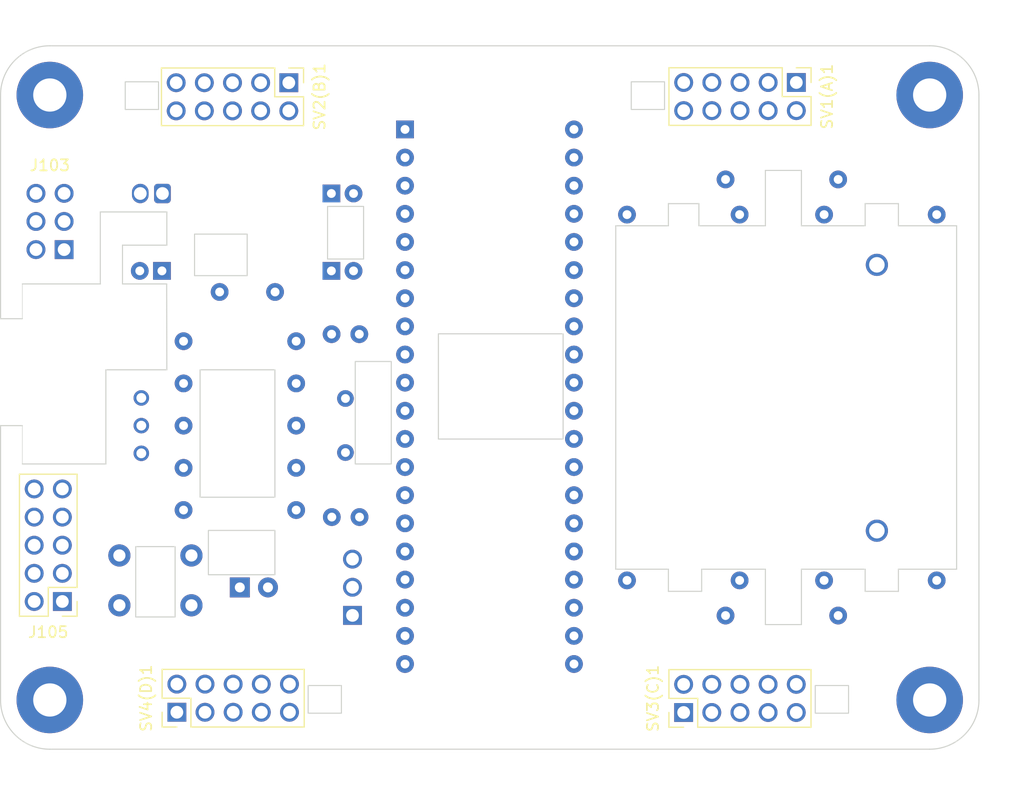
<source format=kicad_pcb>
(kicad_pcb (version 20211014) (generator pcbnew)
  (layers (0 "F.Cu" signal) (31 "B.Cu" signal) (34 "B.Paste" user) (35 "F.Paste" user) (36 "B.SilkS" user "B.Silkscreen") (37 "F.SilkS" user "F.Silkscreen") (38 "B.Mask" user) (39 "F.Mask" user) (44 "Edge.Cuts" user))
  (net 0 "")
  (footprint "Resistor_THT:R_Axial_DIN0207_L6.3mm_D2.5mm_P10.16mm_Horizontal" (layer "F.Cu") (at 114.204907 95.789907 180)
    (fp_text reference "R4" hide)
    (fp_text value "220")
    (pad "1" thru_hole circle (at 0 0 180) (size 1.6 1.6) (drill 0.8) (layers F&B.Cu *.Mask))
    (pad "2" thru_hole oval (at 10.16 0 180) (size 1.6 1.6) (drill 0.8) (layers F&B.Cu *.Mask))
  )
  (footprint "Capacitor_THT:CP_Radial_D5.0mm_P2.00mm" (layer "F.Cu") (at 117.379907 74.199907)
    (fp_text reference "C6" hide)
    (fp_text value "100uf")
    (pad "1" thru_hole rect (at 0 0) (size 1.6 1.6) (drill 0.8) (layers F&B.Cu *.Mask))
    (pad "2" thru_hole circle (at 2 0) (size 1.6 1.6) (drill 0.8) (layers F&B.Cu *.Mask))
  )
  (footprint "footprints:PinHeader_1x03_P2.54mm zero footprint" (layer "F.Cu") (at 119.284907 105.299907 180)
    (fp_text reference "JP103" hide)
    (fp_text value "Conn_01x03")
    (pad "1" thru_hole rect (at 0 0 180) (size 1.7 1.7) (drill 1.15) (layers F&B.Cu *.Mask))
    (pad "2" thru_hole oval (at 0 2.54 180) (size 1.7 1.7) (drill 1.15) (layers F&B.Cu *.Mask))
    (pad "3" thru_hole oval (at 0 5.08 180) (size 1.7 1.7) (drill 1.15) (layers F&B.Cu *.Mask))
  )
  (footprint "Resistor_THT:R_Axial_DIN0207_L6.3mm_D2.5mm_P10.16mm_Horizontal" (layer "F.Cu") (at 104.044907 84.359907)
    (fp_text reference "R1" hide)
    (fp_text value "68")
    (pad "1" thru_hole circle (at 0 0) (size 1.6 1.6) (drill 0.8) (layers F&B.Cu *.Mask))
    (pad "2" thru_hole oval (at 10.16 0) (size 1.6 1.6) (drill 0.8) (layers F&B.Cu *.Mask))
  )
  (footprint "footprints:PinSocket_2x05_P2.54mm zero footprint mirror" (layer "F.Cu") (at 90.709907 104.044907 180)
    (fp_text reference "J105" (at -1.13 -2.77) (layer "F.SilkS"))
    (fp_text value "JTAG")
    (fp_line (start 1.47 11.49) (end -3.73 11.49) (layer "F.SilkS") (width 0.12))
    (fp_line (start 1.47 -1.33) (end -1.13 -1.33) (layer "F.SilkS") (width 0.12))
    (fp_line (start -1.13 -1.33) (end -1.13 1.27) (layer "F.SilkS") (width 0.12))
    (fp_line (start -2.4 -1.33) (end -3.73 -1.33) (layer "F.SilkS") (width 0.12))
    (fp_line (start -3.73 -1.33) (end -3.73 0) (layer "F.SilkS") (width 0.12))
    (fp_line (start -1.13 1.27) (end -3.73 1.27) (layer "F.SilkS") (width 0.12))
    (fp_line (start 1.47 -1.33) (end 1.47 11.49) (layer "F.SilkS") (width 0.12))
    (fp_line (start -3.73 1.27) (end -3.73 11.49) (layer "F.SilkS") (width 0.12))
    (pad "1" thru_hole rect (at -2.4 0 180) (size 1.7 1.7) (drill 1.15) (layers F&B.Cu *.Mask))
    (pad "2" thru_hole oval (at 0.14 0 180) (size 1.7 1.7) (drill 1.15) (layers F&B.Cu *.Mask))
    (pad "3" thru_hole oval (at -2.4 2.54 180) (size 1.7 1.7) (drill 1.15) (layers F&B.Cu *.Mask))
    (pad "4" thru_hole oval (at 0.14 2.54 180) (size 1.7 1.7) (drill 1.15) (layers F&B.Cu *.Mask))
    (pad "5" thru_hole oval (at -2.4 5.08 180) (size 1.7 1.7) (drill 1.15) (layers F&B.Cu *.Mask))
    (pad "6" thru_hole oval (at 0.14 5.08 180) (size 1.7 1.7) (drill 1.15) (layers F&B.Cu *.Mask))
    (pad "7" thru_hole oval (at -2.4 7.62 180) (size 1.7 1.7) (drill 1.15) (layers F&B.Cu *.Mask))
    (pad "8" thru_hole oval (at 0.14 7.62 180) (size 1.7 1.7) (drill 1.15) (layers F&B.Cu *.Mask))
    (pad "9" thru_hole oval (at -2.4 10.16 180) (size 1.7 1.7) (drill 1.15) (layers F&B.Cu *.Mask))
    (pad "10" thru_hole oval (at 0.14 10.16 180) (size 1.7 1.7) (drill 1.15) (layers F&B.Cu *.Mask))
  )
  (footprint "footprints:PinSocket_2x05_P2.54mm zero footprint mirror" (layer "F.Cu") (at 103.439907 111.644907 90)
    (fp_text reference "SV4(D)1" (at -1.13 -2.77 90) (layer "F.SilkS"))
    (fp_text value "Conn_02x05_Odd_Even")
    (fp_line (start -3.73 1.27) (end -3.73 11.49) (layer "F.SilkS") (width 0.12))
    (fp_line (start -1.13 1.27) (end -3.73 1.27) (layer "F.SilkS") (width 0.12))
    (fp_line (start 1.47 -1.33) (end 1.47 11.49) (layer "F.SilkS") (width 0.12))
    (fp_line (start 1.47 -1.33) (end -1.13 -1.33) (layer "F.SilkS") (width 0.12))
    (fp_line (start -1.13 -1.33) (end -1.13 1.27) (layer "F.SilkS") (width 0.12))
    (fp_line (start 1.47 11.49) (end -3.73 11.49) (layer "F.SilkS") (width 0.12))
    (fp_line (start -3.73 -1.33) (end -3.73 0) (layer "F.SilkS") (width 0.12))
    (fp_line (start -2.4 -1.33) (end -3.73 -1.33) (layer "F.SilkS") (width 0.12))
    (pad "1" thru_hole rect (at -2.4 0 90) (size 1.7 1.7) (drill 1.15) (layers F&B.Cu *.Mask))
    (pad "2" thru_hole oval (at 0.14 0 90) (size 1.7 1.7) (drill 1.15) (layers F&B.Cu *.Mask))
    (pad "3" thru_hole oval (at -2.4 2.54 90) (size 1.7 1.7) (drill 1.15) (layers F&B.Cu *.Mask))
    (pad "4" thru_hole oval (at 0.14 2.54 90) (size 1.7 1.7) (drill 1.15) (layers F&B.Cu *.Mask))
    (pad "5" thru_hole oval (at -2.4 5.08 90) (size 1.7 1.7) (drill 1.15) (layers F&B.Cu *.Mask))
    (pad "6" thru_hole oval (at 0.14 5.08 90) (size 1.7 1.7) (drill 1.15) (layers F&B.Cu *.Mask))
    (pad "7" thru_hole oval (at -2.4 7.62 90) (size 1.7 1.7) (drill 1.15) (layers F&B.Cu *.Mask))
    (pad "8" thru_hole oval (at 0.14 7.62 90) (size 1.7 1.7) (drill 1.15) (layers F&B.Cu *.Mask))
    (pad "9" thru_hole oval (at -2.4 10.16 90) (size 1.7 1.7) (drill 1.15) (layers F&B.Cu *.Mask))
    (pad "10" thru_hole oval (at 0.14 10.16 90) (size 1.7 1.7) (drill 1.15) (layers F&B.Cu *.Mask))
  )
  (footprint "Resistor_THT:R_Axial_DIN0207_L6.3mm_D2.5mm_P10.16mm_Horizontal" (layer "F.Cu") (at 161.829907 102.139907)
    (fp_text reference "R8" hide)
    (fp_text value "68")
    (pad "1" thru_hole circle (at 0 0) (size 1.6 1.6) (drill 0.8) (layers F&B.Cu *.Mask))
    (pad "2" thru_hole oval (at 10.16 0) (size 1.6 1.6) (drill 0.8) (layers F&B.Cu *.Mask))
  )
  (footprint "Resistor_THT:R_Axial_DIN0207_L6.3mm_D2.5mm_P10.16mm_Horizontal" (layer "F.Cu") (at 144.049907 69.119907)
    (fp_text reference "R7" hide)
    (fp_text value "68")
    (pad "1" thru_hole circle (at 0 0) (size 1.6 1.6) (drill 0.8) (layers F&B.Cu *.Mask))
    (pad "2" thru_hole oval (at 10.16 0) (size 1.6 1.6) (drill 0.8) (layers F&B.Cu *.Mask))
  )
  (footprint "Capacitor_THT:C_Disc_D3.8mm_W2.6mm_P2.50mm" (layer "F.Cu") (at 119.919907 96.424907 180)
    (fp_text reference "C1" hide)
    (fp_text value "22pf")
    (pad "1" thru_hole circle (at 0 0 180) (size 1.6 1.6) (drill 0.8) (layers F&B.Cu *.Mask))
    (pad "2" thru_hole circle (at 2.5 0 180) (size 1.6 1.6) (drill 0.8) (layers F&B.Cu *.Mask))
  )
  (footprint "footprints:PinSocket_2x05_P2.54mm zero footprint mirror" (layer "F.Cu") (at 159.324907 59.594907 -90)
    (fp_text reference "SV1(A)1" (at -1.13 -2.77 90) (layer "F.SilkS"))
    (fp_text value "Conn_02x05_Odd_Even")
    (fp_line (start 1.47 -1.33) (end 1.47 11.49) (layer "F.SilkS") (width 0.12))
    (fp_line (start -3.73 1.27) (end -3.73 11.49) (layer "F.SilkS") (width 0.12))
    (fp_line (start -1.13 1.27) (end -3.73 1.27) (layer "F.SilkS") (width 0.12))
    (fp_line (start -3.73 -1.33) (end -3.73 0) (layer "F.SilkS") (width 0.12))
    (fp_line (start -1.13 -1.33) (end -1.13 1.27) (layer "F.SilkS") (width 0.12))
    (fp_line (start -2.4 -1.33) (end -3.73 -1.33) (layer "F.SilkS") (width 0.12))
    (fp_line (start 1.47 11.49) (end -3.73 11.49) (layer "F.SilkS") (width 0.12))
    (fp_line (start 1.47 -1.33) (end -1.13 -1.33) (layer "F.SilkS") (width 0.12))
    (pad "1" thru_hole rect (at -2.4 0 270) (size 1.7 1.7) (drill 1.15) (layers F&B.Cu *.Mask))
    (pad "2" thru_hole oval (at 0.14 0 270) (size 1.7 1.7) (drill 1.15) (layers F&B.Cu *.Mask))
    (pad "3" thru_hole oval (at -2.4 2.54 270) (size 1.7 1.7) (drill 1.15) (layers F&B.Cu *.Mask))
    (pad "4" thru_hole oval (at 0.14 2.54 270) (size 1.7 1.7) (drill 1.15) (layers F&B.Cu *.Mask))
    (pad "5" thru_hole oval (at -2.4 5.08 270) (size 1.7 1.7) (drill 1.15) (layers F&B.Cu *.Mask))
    (pad "6" thru_hole oval (at 0.14 5.08 270) (size 1.7 1.7) (drill 1.15) (layers F&B.Cu *.Mask))
    (pad "7" thru_hole oval (at -2.4 7.62 270) (size 1.7 1.7) (drill 1.15) (layers F&B.Cu *.Mask))
    (pad "8" thru_hole oval (at 0.14 7.62 270) (size 1.7 1.7) (drill 1.15) (layers F&B.Cu *.Mask))
    (pad "9" thru_hole oval (at -2.4 10.16 270) (size 1.7 1.7) (drill 1.15) (layers F&B.Cu *.Mask))
    (pad "10" thru_hole oval (at 0.14 10.16 270) (size 1.7 1.7) (drill 1.15) (layers F&B.Cu *.Mask))
  )
  (footprint "Resistor_THT:R_Axial_DIN0207_L6.3mm_D2.5mm_P10.16mm_Horizontal" (layer "F.Cu") (at 114.204907 88.169907 180)
    (fp_text reference "R2" hide)
    (fp_text value "68")
    (pad "1" thru_hole circle (at 0 0 180) (size 1.6 1.6) (drill 0.8) (layers F&B.Cu *.Mask))
    (pad "2" thru_hole oval (at 10.16 0 180) (size 1.6 1.6) (drill 0.8) (layers F&B.Cu *.Mask))
  )
  (footprint "" (layer "F.Cu") (at 91.979907 58.324907)
    (fp_text reference "" (at 0 0) (layer "F.SilkS") (effects (font (size 1.27 1.27))))
    (fp_text value "" (at 0 0) (layer "F.SilkS") (effects (font (size 1.27 1.27))))
    (pad "1" thru_hole circle (at 0 0) (size 6 6) (drill 3) (layers F&B.Cu *.Mask))
  )
  (footprint "LED_THT:LED_D3.0mm" (layer "F.Cu") (at 109.119907 102.774907)
    (fp_text reference "D1" hide)
    (fp_text value "LED")
    (pad "1" thru_hole rect (at 0 0) (size 1.8 1.8) (drill 0.9) (layers F&B.Cu *.Mask))
    (pad "2" thru_hole circle (at 2.54 0) (size 1.8 1.8) (drill 0.9) (layers F&B.Cu *.Mask))
  )
  (footprint "MountingHole:MountingHole_3mm_Pad" (layer "F.Cu") (at 171.354907 58.324907)
    (fp_text reference "REF**" hide)
    (fp_text value "MountingHole_3mm_Pad")
    (pad "1" thru_hole circle (at 0 0) (size 6 6) (drill 3) (layers F&B.Cu *.Mask))
  )
  (footprint "Capacitor_THT:CP_Radial_D5.0mm_P2.00mm" (layer "F.Cu") (at 102.09502 74.199907 180)
    (fp_text reference "C4" hide)
    (fp_text value "10uf")
    (pad "1" thru_hole rect (at 0 0 180) (size 1.6 1.6) (drill 0.8) (layers F&B.Cu *.Mask))
    (pad "2" thru_hole circle (at 2 0 180) (size 1.6 1.6) (drill 0.8) (layers F&B.Cu *.Mask) (thermal_gap 0.2))
  )
  (footprint "footprints:EG1218" (layer "F.Cu") (at 100.234907 90.669907 180)
    (fp_text reference "S1" hide)
    (fp_text value "PWR SEL" hide)
    (pad "1" thru_hole circle (at 0 0 180) (size 1.397 1.397) (drill 0.889) (layers F&B.Cu *.Mask))
    (pad "2" thru_hole circle (at 0 2.5 180) (size 1.397 1.397) (drill 0.889) (layers F&B.Cu *.Mask))
    (pad "3" thru_hole circle (at 0 5 180) (size 1.397 1.397) (drill 0.889) (layers F&B.Cu *.Mask))
  )
  (footprint "Resistor_THT:R_Axial_DIN0207_L6.3mm_D2.5mm_P10.16mm_Horizontal" (layer "F.Cu") (at 163.099907 65.944907 180)
    (fp_text reference "R6" hide)
    (fp_text value "68")
    (pad "1" thru_hole circle (at 0 0 180) (size 1.6 1.6) (drill 0.8) (layers F&B.Cu *.Mask))
    (pad "2" thru_hole oval (at 10.16 0 180) (size 1.6 1.6) (drill 0.8) (layers F&B.Cu *.Mask))
  )
  (footprint "Button_Switch_THT:SW_PUSH_6mm" (layer "F.Cu") (at 104.754907 104.389907 180)
    (fp_text reference "S2" hide)
    (fp_text value "SW_SPST")
    (pad "1" thru_hole circle (at 6.5 0 270) (size 2 2) (drill 1.1) (layers F&B.Cu *.Mask))
    (pad "1" thru_hole circle (at 0 0 270) (size 2 2) (drill 1.1) (layers F&B.Cu *.Mask))
    (pad "2" thru_hole circle (at 0 4.5 270) (size 2 2) (drill 1.1) (layers F&B.Cu *.Mask))
    (pad "2" thru_hole circle (at 6.5 4.5 270) (size 2 2) (drill 1.1) (layers F&B.Cu *.Mask))
  )
  (footprint "Connector_JST:JST_PH_B2B-PH-K_1x02_P2.00mm_Vertical" (layer "F.Cu") (at 102.139907 67.214907 180)
    (fp_text reference "X103" hide)
    (fp_text value "BAT")
    (pad "1" thru_hole roundrect (at 0 0 180) (size 1.5 1.75) (drill 1.15) (layers F&B.Cu *.Mask) (roundrect_rratio 0.208333))
    (pad "2" thru_hole oval (at 2 0 180) (size 1.5 1.75) (drill 1.15) (layers F&B.Cu *.Mask) (thermal_gap 0.2))
  )
  (footprint "" (layer "F.Cu") (at 91.979907 112.934907)
    (fp_text reference "" (at 0 0) (layer "F.SilkS") (effects (font (size 1.27 1.27))))
    (fp_text value "" (at 0 0) (layer "F.SilkS") (effects (font (size 1.27 1.27))))
    (pad "1" thru_hole circle (at 0 0) (size 6 6) (drill 3) (layers F&B.Cu *.Mask))
  )
  (footprint "Resistor_THT:R_Axial_DIN0207_L6.3mm_D2.5mm_P10.16mm_Horizontal" (layer "F.Cu") (at 144.049907 102.139907)
    (fp_text reference "R11" hide)
    (fp_text value "68")
    (pad "1" thru_hole circle (at 0 0) (size 1.6 1.6) (drill 0.8) (layers F&B.Cu *.Mask))
    (pad "2" thru_hole oval (at 10.16 0) (size 1.6 1.6) (drill 0.8) (layers F&B.Cu *.Mask))
  )
  (footprint "footprints:PinSocket_2x03_P2.54mm zero footprint mirror" (layer "F.Cu") (at 90.869907 72.279907 180)
    (fp_text reference "J103" (at -1.11 7.605 unlocked) (layer "F.SilkS"))
    (fp_text value "ISP")
    (pad "1" thru_hole rect (at -2.4 0 180) (size 1.7 1.7) (drill 1.15) (layers F&B.Cu *.Mask))
    (pad "2" thru_hole oval (at 0.14 0 180) (size 1.7 1.7) (drill 1.15) (layers F&B.Cu *.Mask))
    (pad "3" thru_hole oval (at -2.4 2.54 180) (size 1.7 1.7) (drill 1.15) (layers F&B.Cu *.Mask))
    (pad "4" thru_hole oval (at 0.14 2.54 180) (size 1.7 1.7) (drill 1.15) (layers F&B.Cu *.Mask))
    (pad "5" thru_hole oval (at -2.4 5.08 180) (size 1.7 1.7) (drill 1.15) (layers F&B.Cu *.Mask))
    (pad "6" thru_hole oval (at 0.14 5.08 180) (size 1.7 1.7) (drill 1.15) (layers F&B.Cu *.Mask))
  )
  (footprint "Resistor_THT:R_Axial_DIN0207_L6.3mm_D2.5mm_P10.16mm_Horizontal" (layer "F.Cu") (at 114.204907 91.979907 180)
    (fp_text reference "R3" hide)
    (fp_text value "1.5k")
    (pad "1" thru_hole circle (at 0 0 180) (size 1.6 1.6) (drill 0.8) (layers F&B.Cu *.Mask))
    (pad "2" thru_hole oval (at 10.16 0 180) (size 1.6 1.6) (drill 0.8) (layers F&B.Cu *.Mask))
  )
  (footprint "Resistor_THT:R_Axial_DIN0207_L6.3mm_D2.5mm_P10.16mm_Horizontal" (layer "F.Cu") (at 104.044907 80.549907)
    (fp_text reference "R5" hide)
    (fp_text value "10k")
    (pad "1" thru_hole circle (at 0 0) (size 1.6 1.6) (drill 0.8) (layers F&B.Cu *.Mask))
    (pad "2" thru_hole oval (at 10.16 0) (size 1.6 1.6) (drill 0.8) (layers F&B.Cu *.Mask))
  )
  (footprint "Capacitor_THT:CP_Radial_D5.0mm_P2.00mm" (layer "F.Cu") (at 117.379907 67.214907)
    (fp_text reference "C5" hide)
    (fp_text value "10uf")
    (pad "1" thru_hole rect (at 0 0) (size 1.6 1.6) (drill 0.8) (layers F&B.Cu *.Mask))
    (pad "2" thru_hole circle (at 2 0) (size 1.6 1.6) (drill 0.8) (layers F&B.Cu *.Mask))
  )
  (footprint "Crystal:Crystal_HC49-4H_Vertical" (layer "F.Cu") (at 118.649907 85.719907 -90)
    (fp_text reference "Q1" hide)
    (fp_text value "12MHz")
    (pad "1" thru_hole circle (at 0 0 270) (size 1.5 1.5) (drill 0.8) (layers F&B.Cu *.Mask))
    (pad "2" thru_hole circle (at 4.88 0 270) (size 1.5 1.5) (drill 0.8) (layers F&B.Cu *.Mask))
  )
  (footprint "Capacitor_THT:C_Disc_D7.0mm_W2.5mm_P5.00mm" (layer "F.Cu") (at 112.299907 76.104907 180)
    (fp_text reference "C3" hide)
    (fp_text value "100nf")
    (pad "1" thru_hole circle (at 0 0 180) (size 1.6 1.6) (drill 0.8) (layers F&B.Cu *.Mask))
    (pad "2" thru_hole circle (at 5 0 180) (size 1.6 1.6) (drill 0.8) (layers F&B.Cu *.Mask))
  )
  (footprint "Resistor_THT:R_Axial_DIN0207_L6.3mm_D2.5mm_P10.16mm_Horizontal" (layer "F.Cu") (at 152.939907 105.314907)
    (fp_text reference "R10" hide)
    (fp_text value "68")
    (pad "1" thru_hole circle (at 0 0) (size 1.6 1.6) (drill 0.8) (layers F&B.Cu *.Mask))
    (pad "2" thru_hole oval (at 10.16 0) (size 1.6 1.6) (drill 0.8) (layers F&B.Cu *.Mask))
  )
  (footprint "footprints:sd card" (layer "F.Cu") (at 166.592079 85.654907 90)
    (fp_text reference "X102" hide)
    (fp_text value "SD_Card" hide)
    (pad "" thru_hole circle (at -12 0 90) (size 2 2) (drill 1.4) (layers F&B.Cu *.Mask))
    (pad "" thru_hole circle (at 12 0 90) (size 2 2) (drill 1.4) (layers F&B.Cu *.Mask))
  )
  (footprint "Package_DIP:DIP-40_W15.24mm" (layer "F.Cu") (at 124.024907 61.429907)
    (fp_text reference "" hide)
    (fp_text value "ATmega1284P-P")
    (pad "1" thru_hole rect (at 0 0) (size 1.6 1.6) (drill 0.8) (layers F&B.Cu *.Mask))
    (pad "2" thru_hole oval (at 0 2.54) (size 1.6 1.6) (drill 0.8) (layers F&B.Cu *.Mask))
    (pad "3" thru_hole oval (at 0 5.08) (size 1.6 1.6) (drill 0.8) (layers F&B.Cu *.Mask))
    (pad "4" thru_hole oval (at 0 7.62) (size 1.6 1.6) (drill 0.8) (layers F&B.Cu *.Mask))
    (pad "5" thru_hole oval (at 0 10.16) (size 1.6 1.6) (drill 0.8) (layers F&B.Cu *.Mask))
    (pad "6" thru_hole oval (at 0 12.7) (size 1.6 1.6) (drill 0.8) (layers F&B.Cu *.Mask))
    (pad "7" thru_hole oval (at 0 15.24) (size 1.6 1.6) (drill 0.8) (layers F&B.Cu *.Mask))
    (pad "8" thru_hole oval (at 0 17.78) (size 1.6 1.6) (drill 0.8) (layers F&B.Cu *.Mask))
    (pad "9" thru_hole oval (at 0 20.32) (size 1.6 1.6) (drill 0.8) (layers F&B.Cu *.Mask))
    (pad "10" thru_hole oval (at 0 22.86) (size 1.6 1.6) (drill 0.8) (layers F&B.Cu *.Mask))
    (pad "11" thru_hole oval (at 0 25.4) (size 1.6 1.6) (drill 0.8) (layers F&B.Cu *.Mask) (thermal_gap 0.2))
    (pad "12" thru_hole oval (at 0 27.94) (size 1.6 1.6) (drill 0.8) (layers F&B.Cu *.Mask))
    (pad "13" thru_hole oval (at 0 30.48) (size 1.6 1.6) (drill 0.8) (layers F&B.Cu *.Mask))
    (pad "14" thru_hole oval (at 0 33.02) (size 1.6 1.6) (drill 0.8) (layers F&B.Cu *.Mask))
    (pad "15" thru_hole oval (at 0 35.56) (size 1.6 1.6) (drill 0.8) (layers F&B.Cu *.Mask))
    (pad "16" thru_hole oval (at 0 38.1) (size 1.6 1.6) (drill 0.8) (layers F&B.Cu *.Mask))
    (pad "17" thru_hole oval (at 0 40.64) (size 1.6 1.6) (drill 0.8) (layers F&B.Cu *.Mask))
    (pad "18" thru_hole oval (at 0 43.18) (size 1.6 1.6) (drill 0.8) (layers F&B.Cu *.Mask))
    (pad "19" thru_hole oval (at 0 45.72) (size 1.6 1.6) (drill 0.8) (layers F&B.Cu *.Mask))
    (pad "20" thru_hole oval (at 0 48.26) (size 1.6 1.6) (drill 0.8) (layers F&B.Cu *.Mask))
    (pad "21" thru_hole oval (at 15.24 48.26) (size 1.6 1.6) (drill 0.8) (layers F&B.Cu *.Mask))
    (pad "22" thru_hole oval (at 15.24 45.72) (size 1.6 1.6) (drill 0.8) (layers F&B.Cu *.Mask))
    (pad "23" thru_hole oval (at 15.24 43.18) (size 1.6 1.6) (drill 0.8) (layers F&B.Cu *.Mask))
    (pad "24" thru_hole oval (at 15.24 40.64) (size 1.6 1.6) (drill 0.8) (layers F&B.Cu *.Mask))
    (pad "25" thru_hole oval (at 15.24 38.1) (size 1.6 1.6) (drill 0.8) (layers F&B.Cu *.Mask))
    (pad "26" thru_hole oval (at 15.24 35.56) (size 1.6 1.6) (drill 0.8) (layers F&B.Cu *.Mask))
    (pad "27" thru_hole oval (at 15.24 33.02) (size 1.6 1.6) (drill 0.8) (layers F&B.Cu *.Mask))
    (pad "28" thru_hole oval (at 15.24 30.48) (size 1.6 1.6) (drill 0.8) (layers F&B.Cu *.Mask))
    (pad "29" thru_hole oval (at 15.24 27.94) (size 1.6 1.6) (drill 0.8) (layers F&B.Cu *.Mask))
    (pad "30" thru_hole oval (at 15.24 25.4) (size 1.6 1.6) (drill 0.8) (layers F&B.Cu *.Mask))
    (pad "31" thru_hole oval (at 15.24 22.86) (size 1.6 1.6) (drill 0.8) (layers F&B.Cu *.Mask) (thermal_gap 0.2))
    (pad "32" thru_hole oval (at 15.24 20.32) (size 1.6 1.6) (drill 0.8) (layers F&B.Cu *.Mask))
    (pad "33" thru_hole oval (at 15.24 17.78) (size 1.6 1.6) (drill 0.8) (layers F&B.Cu *.Mask))
    (pad "34" thru_hole oval (at 15.24 15.24) (size 1.6 1.6) (drill 0.8) (layers F&B.Cu *.Mask))
    (pad "35" thru_hole oval (at 15.24 12.7) (size 1.6 1.6) (drill 0.8) (layers F&B.Cu *.Mask))
    (pad "36" thru_hole oval (at 15.24 10.16) (size 1.6 1.6) (drill 0.8) (layers F&B.Cu *.Mask))
    (pad "37" thru_hole oval (at 15.24 7.62) (size 1.6 1.6) (drill 0.8) (layers F&B.Cu *.Mask))
    (pad "38" thru_hole oval (at 15.24 5.08) (size 1.6 1.6) (drill 0.8) (layers F&B.Cu *.Mask))
    (pad "39" thru_hole oval (at 15.24 2.54) (size 1.6 1.6) (drill 0.8) (layers F&B.Cu *.Mask))
    (pad "40" thru_hole oval (at 15.24 0) (size 1.6 1.6) (drill 0.8) (layers F&B.Cu *.Mask))
  )
  (footprint "footprints:PinSocket_2x05_P2.54mm zero footprint mirror" (layer "F.Cu") (at 113.539907 59.614907 -90)
    (fp_text reference "SV2(B)1" (at -1.13 -2.77 90) (layer "F.SilkS"))
    (fp_text value "Conn_02x05_Odd_Even")
    (fp_line (start -1.13 1.27) (end -3.73 1.27) (layer "F.SilkS") (width 0.12))
    (fp_line (start 1.47 11.49) (end -3.73 11.49) (layer "F.SilkS") (width 0.12))
    (fp_line (start -1.13 -1.33) (end -1.13 1.27) (layer "F.SilkS") (width 0.12))
    (fp_line (start -3.73 -1.33) (end -3.73 0) (layer "F.SilkS") (width 0.12))
    (fp_line (start 1.47 -1.33) (end -1.13 -1.33) (layer "F.SilkS") (width 0.12))
    (fp_line (start 1.47 -1.33) (end 1.47 11.49) (layer "F.SilkS") (width 0.12))
    (fp_line (start -3.73 1.27) (end -3.73 11.49) (layer "F.SilkS") (width 0.12))
    (fp_line (start -2.4 -1.33) (end -3.73 -1.33) (layer "F.SilkS") (width 0.12))
    (pad "1" thru_hole rect (at -2.4 0 270) (size 1.7 1.7) (drill 1.15) (layers F&B.Cu *.Mask))
    (pad "2" thru_hole oval (at 0.14 0 270) (size 1.7 1.7) (drill 1.15) (layers F&B.Cu *.Mask))
    (pad "3" thru_hole oval (at -2.4 2.54 270) (size 1.7 1.7) (drill 1.15) (layers F&B.Cu *.Mask))
    (pad "4" thru_hole oval (at 0.14 2.54 270) (size 1.7 1.7) (drill 1.15) (layers F&B.Cu *.Mask))
    (pad "5" thru_hole oval (at -2.4 5.08 270) (size 1.7 1.7) (drill 1.15) (layers F&B.Cu *.Mask))
    (pad "6" thru_hole oval (at 0.14 5.08 270) (size 1.7 1.7) (drill 1.15) (layers F&B.Cu *.Mask))
    (pad "7" thru_hole oval (at -2.4 7.62 270) (size 1.7 1.7) (drill 1.15) (layers F&B.Cu *.Mask))
    (pad "8" thru_hole oval (at 0.14 7.62 270) (size 1.7 1.7) (drill 1.15) (layers F&B.Cu *.Mask))
    (pad "9" thru_hole oval (at -2.4 10.16 270) (size 1.7 1.7) (drill 1.15) (layers F&B.Cu *.Mask))
    (pad "10" thru_hole oval (at 0.14 10.16 270) (size 1.7 1.7) (drill 1.15) (layers F&B.Cu *.Mask))
  )
  (footprint "Resistor_THT:R_Axial_DIN0207_L6.3mm_D2.5mm_P10.16mm_Horizontal" (layer "F.Cu") (at 171.989907 69.119907 180)
    (fp_text reference "R9" hide)
    (fp_text value "68")
    (pad "1" thru_hole circle (at 0 0 180) (size 1.6 1.6) (drill 0.8) (layers F&B.Cu *.Mask))
    (pad "2" thru_hole oval (at 10.16 0 180) (size 1.6 1.6) (drill 0.8) (layers F&B.Cu *.Mask))
  )
  (footprint "" (layer "F.Cu") (at 171.354907 112.934907)
    (fp_text reference "" (at 0 0) (layer "F.SilkS") (effects (font (size 1.27 1.27))))
    (fp_text value "" (at 0 0) (layer "F.SilkS") (effects (font (size 1.27 1.27))))
    (pad "1" thru_hole circle (at 0 0) (size 6 6) (drill 3) (layers F&B.Cu *.Mask))
  )
  (footprint "Capacitor_THT:C_Disc_D3.8mm_W2.6mm_P2.50mm" (layer "F.Cu") (at 119.899907 79.914907 180)
    (fp_text reference "C2" hide)
    (fp_text value "22pf")
    (pad "1" thru_hole circle (at 0 0 180) (size 1.6 1.6) (drill 0.8) (layers F&B.Cu *.Mask))
    (pad "2" thru_hole circle (at 2.5 0 180) (size 1.6 1.6) (drill 0.8) (layers F&B.Cu *.Mask))
  )
  (footprint "footprints:PinSocket_2x05_P2.54mm zero footprint mirror" (layer "F.Cu") (at 149.159907 111.664907 90)
    (fp_text reference "SV3(C)1" (at -1.13 -2.77 90) (layer "F.SilkS"))
    (fp_text value "Conn_02x05_Odd_Even")
    (fp_line (start -3.73 -1.33) (end -3.73 0) (layer "F.SilkS") (width 0.12))
    (fp_line (start -1.13 -1.33) (end -1.13 1.27) (layer "F.SilkS") (width 0.12))
    (fp_line (start -3.73 1.27) (end -3.73 11.49) (layer "F.SilkS") (width 0.12))
    (fp_line (start -2.4 -1.33) (end -3.73 -1.33) (layer "F.SilkS") (width 0.12))
    (fp_line (start 1.47 11.49) (end -3.73 11.49) (layer "F.SilkS") (width 0.12))
    (fp_line (start 1.47 -1.33) (end 1.47 11.49) (layer "F.SilkS") (width 0.12))
    (fp_line (start 1.47 -1.33) (end -1.13 -1.33) (layer "F.SilkS") (width 0.12))
    (fp_line (start -1.13 1.27) (end -3.73 1.27) (layer "F.SilkS") (width 0.12))
    (pad "1" thru_hole rect (at -2.4 0 90) (size 1.7 1.7) (drill 1.15) (layers F&B.Cu *.Mask))
    (pad "2" thru_hole oval (at 0.14 0 90) (size 1.7 1.7) (drill 1.15) (layers F&B.Cu *.Mask))
    (pad "3" thru_hole oval (at -2.4 2.54 90) (size 1.7 1.7) (drill 1.15) (layers F&B.Cu *.Mask))
    (pad "4" thru_hole oval (at 0.14 2.54 90) (size 1.7 1.7) (drill 1.15) (layers F&B.Cu *.Mask))
    (pad "5" thru_hole oval (at -2.4 5.08 90) (size 1.7 1.7) (drill 1.15) (layers F&B.Cu *.Mask))
    (pad "6" thru_hole oval (at 0.14 5.08 90) (size 1.7 1.7) (drill 1.15) (layers F&B.Cu *.Mask))
    (pad "7" thru_hole oval (at -2.4 7.62 90) (size 1.7 1.7) (drill 1.15) (layers F&B.Cu *.Mask))
    (pad "8" thru_hole oval (at 0.14 7.62 90) (size 1.7 1.7) (drill 1.15) (layers F&B.Cu *.Mask))
    (pad "9" thru_hole oval (at -2.4 10.16 90) (size 1.7 1.7) (drill 1.15) (layers F&B.Cu *.Mask))
    (pad "10" thru_hole oval (at 0.14 10.16 90) (size 1.7 1.7) (drill 1.15) (layers F&B.Cu *.Mask))
  )
  (gr_line (start 98.534907 75.379907) (end 102.520907 75.379907) (layer "Edge.Cuts") (width 0.1))
  (gr_arc (start 91.979907 117.379907) (mid 88.836817 116.077997) (end 87.534907 112.934907) (layer "Edge.Cuts") (width 0.1))
  (gr_line (start 102.534907 83.129907) (end 97.034907 83.129907) (layer "Edge.Cuts") (width 0.1))
  (gr_line (start 102.520907 75.379907) (end 102.534907 83.129907) (layer "Edge.Cuts") (width 0.1))
  (gr_rect (start 117.034907 68.379907) (end 120.284907 73.129907) (layer "Edge.Cuts") (width 0.1) (fill none))
  (gr_line (start 156.534907 70.129907) (end 156.534907 65.129907) (layer "Edge.Cuts") (width 0.1))
  (gr_line (start 147.784907 70.129907) (end 147.784907 68.129907) (layer "Edge.Cuts") (width 0.1))
  (gr_line (start 165.534907 103.129907) (end 165.534907 101.129907) (layer "Edge.Cuts") (width 0.1))
  (gr_line (start 102.534907 68.879907) (end 102.534907 71.879907) (layer "Edge.Cuts") (width 0.1))
  (gr_line (start 150.784907 101.129907) (end 156.534907 101.129907) (layer "Edge.Cuts") (width 0.1))
  (gr_line (start 147.784907 103.129907) (end 150.784907 103.129907) (layer "Edge.Cuts") (width 0.1))
  (gr_line (start 89.5 75.379907) (end 96.534907 75.379907) (layer "Edge.Cuts") (width 0.1))
  (gr_line (start 159.784907 101.129907) (end 159.784907 106.129907) (layer "Edge.Cuts") (width 0.1))
  (gr_line (start 175.799907 58.324907) (end 175.799907 112.934907) (layer "Edge.Cuts") (width 0.1))
  (gr_line (start 165.534907 101.129907) (end 159.784907 101.129907) (layer "Edge.Cuts") (width 0.1))
  (gr_rect (start 127.034907 79.879907) (end 138.284907 89.379907) (layer "Edge.Cuts") (width 0.1) (fill none))
  (gr_line (start 150.534907 68.129907) (end 150.534907 70.129907) (layer "Edge.Cuts") (width 0.1))
  (gr_rect (start 115.284907 111.629907) (end 118.284907 114.129907) (layer "Edge.Cuts") (width 0.1) (fill none))
  (gr_line (start 165.534907 70.129907) (end 165.534907 68.129907) (layer "Edge.Cuts") (width 0.1))
  (gr_line (start 156.534907 65.129907) (end 159.784907 65.129907) (layer "Edge.Cuts") (width 0.1))
  (gr_line (start 159.784907 106.129907) (end 156.534907 106.129907) (layer "Edge.Cuts") (width 0.1))
  (gr_line (start 168.534907 70.129907) (end 173.784907 70.129907) (layer "Edge.Cuts") (width 0.1))
  (gr_rect (start 98.784907 57.129907) (end 101.784907 59.629907) (layer "Edge.Cuts") (width 0.1) (fill none))
  (gr_line (start 97.034907 91.629907) (end 89.5 91.629907) (layer "Edge.Cuts") (width 0.1))
  (gr_line (start 102.534907 71.879907) (end 98.534907 71.879907) (layer "Edge.Cuts") (width 0.1))
  (gr_rect (start 119.534907 82.379907) (end 122.784907 91.629907) (layer "Edge.Cuts") (width 0.1) (fill none))
  (gr_line (start 173.784907 70.129907) (end 173.784907 101.129907) (layer "Edge.Cuts") (width 0.1))
  (gr_line (start 96.534907 68.879907) (end 102.534907 68.879907) (layer "Edge.Cuts") (width 0.1))
  (gr_line (start 89.5 75.379907) (end 89.5 78.517907) (layer "Edge.Cuts") (width 0.05))
  (gr_arc (start 87.534907 58.324907) (mid 88.836817 55.181817) (end 91.979907 53.879907) (layer "Edge.Cuts") (width 0.1))
  (gr_rect (start 106.284907 97.629907) (end 112.284907 101.629907) (layer "Edge.Cuts") (width 0.1) (fill none))
  (gr_line (start 143.034907 70.129907) (end 147.784907 70.129907) (layer "Edge.Cuts") (width 0.1))
  (gr_line (start 156.534907 106.129907) (end 156.534907 101.129907) (layer "Edge.Cuts") (width 0.1))
  (gr_line (start 147.784907 103.129907) (end 147.784907 101.129907) (layer "Edge.Cuts") (width 0.1))
  (gr_line (start 97.034907 83.129907) (end 97.034907 91.629907) (layer "Edge.Cuts") (width 0.1))
  (gr_line (start 96.534907 75.379907) (end 96.534907 68.879907) (layer "Edge.Cuts") (width 0.1))
  (gr_rect (start 105.034907 70.879907) (end 109.784907 74.629907) (layer "Edge.Cuts") (width 0.1) (fill none))
  (gr_line (start 147.784907 101.129907) (end 143.034907 101.129907) (layer "Edge.Cuts") (width 0.1))
  (gr_line (start 168.534907 68.129907) (end 168.534907 70.129907) (layer "Edge.Cuts") (width 0.1))
  (gr_line (start 89.5 88.169907) (end 87.534907 88.169907) (layer "Edge.Cuts") (width 0.1))
  (gr_rect (start 161.034907 111.629907) (end 164.034907 114.129907) (layer "Edge.Cuts") (width 0.1) (fill none))
  (gr_rect (start 144.434907 57.129907) (end 147.434907 59.629907) (layer "Edge.Cuts") (width 0.1) (fill none))
  (gr_line (start 143.034907 101.129907) (end 143.034907 70.129907) (layer "Edge.Cuts") (width 0.1))
  (gr_line (start 165.534907 70.129907) (end 159.784907 70.129907) (layer "Edge.Cuts") (width 0.1))
  (gr_line (start 87.534907 78.517907) (end 87.534907 58.324907) (layer "Edge.Cuts") (width 0.1))
  (gr_line (start 150.534907 70.129907) (end 156.534907 70.129907) (layer "Edge.Cuts") (width 0.1))
  (gr_rect (start 99.726907 99.091907) (end 103.282907 105.441907) (layer "Edge.Cuts") (width 0.1) (fill none))
  (gr_line (start 147.784907 68.129907) (end 150.534907 68.129907) (layer "Edge.Cuts") (width 0.1))
  (gr_line (start 89.5 88.169907) (end 89.5 91.629907) (layer "Edge.Cuts") (width 0.05))
  (gr_line (start 87.534907 78.517907) (end 89.5 78.517907) (layer "Edge.Cuts") (width 0.1))
  (gr_line (start 87.534907 88.169907) (end 87.534907 112.934907) (layer "Edge.Cuts") (width 0.1))
  (gr_line (start 168.534907 101.129907) (end 168.534907 103.129907) (layer "Edge.Cuts") (width 0.1))
  (gr_line (start 173.784907 101.129907) (end 168.534907 101.129907) (layer "Edge.Cuts") (width 0.1))
  (gr_line (start 150.784907 101.129907) (end 150.784907 103.129907) (layer "Edge.Cuts") (width 0.1))
  (gr_line (start 171.354907 53.879907) (end 91.979907 53.879907) (layer "Edge.Cuts") (width 0.1))
  (gr_rect (start 105.534907 83.129907) (end 112.284907 94.629907) (layer "Edge.Cuts") (width 0.1) (fill none))
  (gr_arc (start 175.799907 112.934907) (mid 174.498 116.078) (end 171.354907 117.379907) (layer "Edge.Cuts") (width 0.1))
  (gr_line (start 168.534907 68.129907) (end 165.534907 68.129907) (layer "Edge.Cuts") (width 0.1))
  (gr_line (start 98.534907 71.879907) (end 98.534907 75.379907) (layer "Edge.Cuts") (width 0.1))
  (gr_line (start 171.354907 117.379907) (end 91.979907 117.379907) (layer "Edge.Cuts") (width 0.1))
  (gr_line (start 168.534907 103.129907) (end 165.534907 103.129907) (layer "Edge.Cuts") (width 0.1))
  (gr_arc (start 171.354907 53.879907) (mid 174.498004 55.18181) (end 175.799907 58.324907) (layer "Edge.Cuts") (width 0.1))
  (gr_line (start 159.784907 65.129907) (end 159.784907 70.129907) (layer "Edge.Cuts") (width 0.1))
)
</source>
